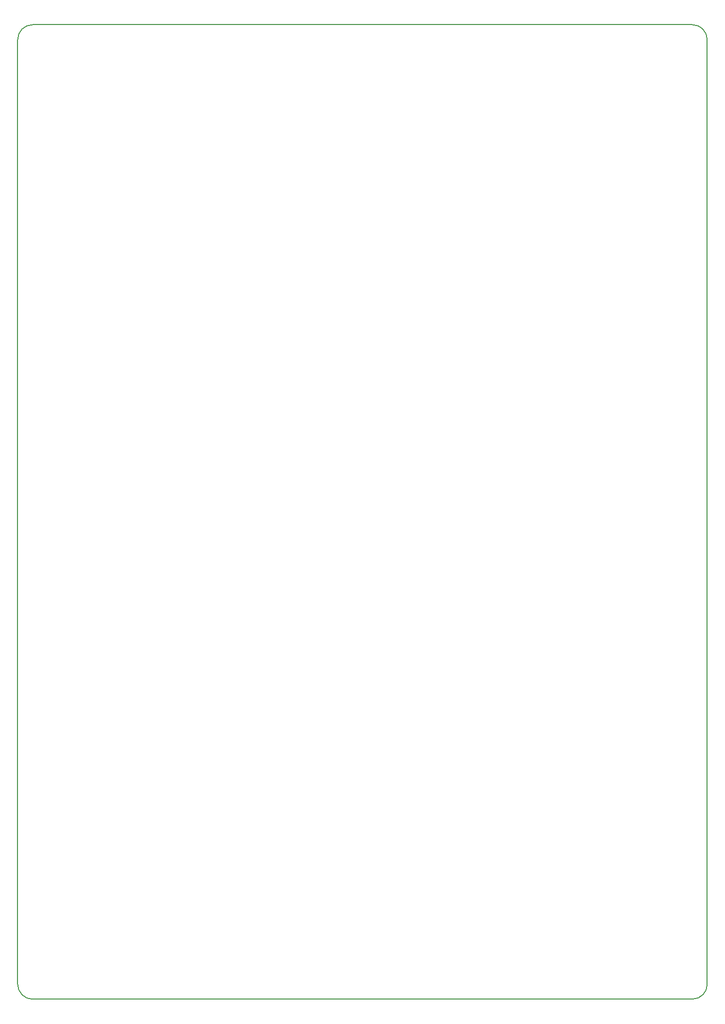
<source format=gbr>
G04 (created by PCBNEW (2013-07-07 BZR 4022)-stable) date 11/4/2014 12:29:05 AM*
%MOIN*%
G04 Gerber Fmt 3.4, Leading zero omitted, Abs format*
%FSLAX34Y34*%
G01*
G70*
G90*
G04 APERTURE LIST*
%ADD10C,0.00590551*%
G04 APERTURE END LIST*
G54D10*
X65000Y-85000D02*
G75*
G03X66000Y-84000I0J1000D01*
G74*
G01*
X66000Y-21000D02*
G75*
G03X65000Y-20000I-1000J0D01*
G74*
G01*
X21000Y-20000D02*
G75*
G03X20000Y-21000I0J-1000D01*
G74*
G01*
X20000Y-84000D02*
G75*
G03X21000Y-85000I1000J0D01*
G74*
G01*
X65000Y-85000D02*
X21000Y-85000D01*
X66000Y-21000D02*
X66000Y-84000D01*
X21000Y-20000D02*
X65000Y-20000D01*
X20000Y-84000D02*
X20000Y-21000D01*
M02*

</source>
